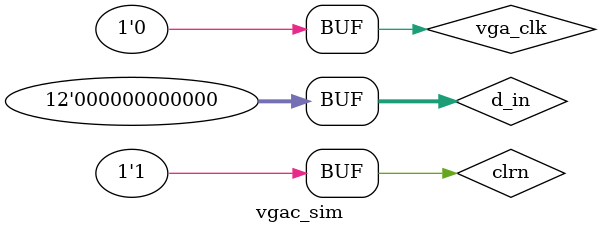
<source format=v>
`timescale 1ns / 1ps


module vgac_sim;

	// Inputs
	reg vga_clk;
	reg clrn;
	reg [11:0] d_in;

	// Outputs
	wire [8:0] row_addr;
	wire [9:0] col_addr;
	wire rdn;
	wire [3:0] r;
	wire [3:0] g;
	wire [3:0] b;
	wire hs;
	wire vs;

	// Instantiate the Unit Under Test (UUT)
	vgac uut (
		.vga_clk(vga_clk), 
		.clrn(clrn), 
		.d_in(d_in), 
		.row_addr(row_addr), 
		.col_addr(col_addr), 
		.rdn(rdn), 
		.r(r), 
		.g(g), 
		.b(b), 
		.hs(hs), 
		.vs(vs)
	);

	initial begin
		// Initialize Inputs
		vga_clk = 0;
		clrn = 1;
		d_in = 0;
		d_in = 12'b0;

		// Wait 100 ns for global reset to finish
		#100;
        
		// Add stimulus here

	end
	
	always begin
		#1 vga_clk = 1;
		#1 vga_clk = 0;
	end

      
endmodule


</source>
